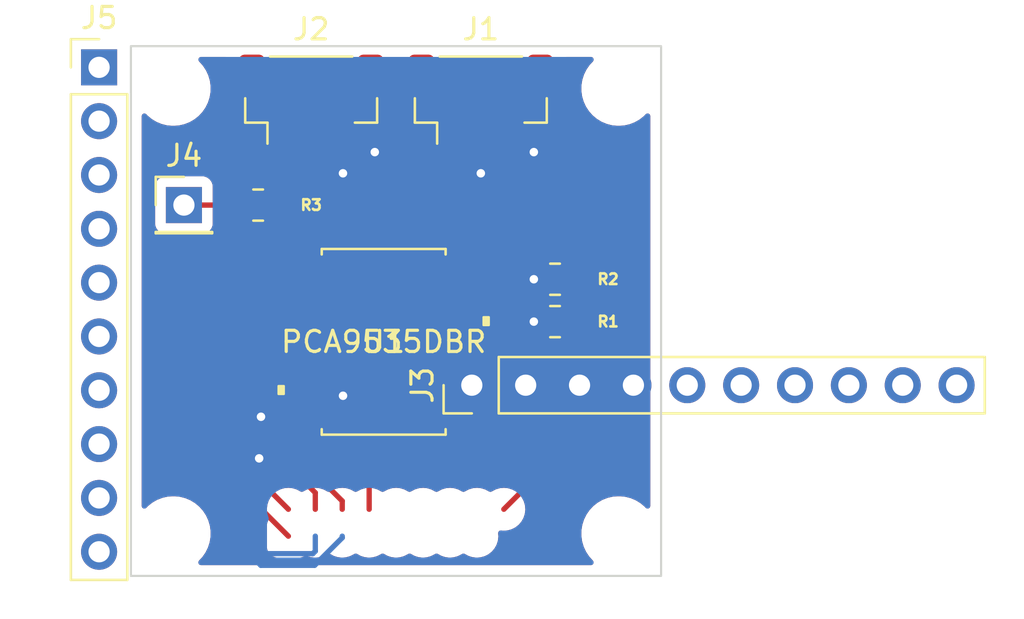
<source format=kicad_pcb>
(kicad_pcb (version 20211014) (generator pcbnew)
  (layers (0 "F.Cu" signal) (31 "B.Cu" signal) (34 "B.Paste" user) (35 "F.Paste" user) (36 "B.SilkS" user "B.Silkscreen") (37 "F.SilkS" user "F.Silkscreen") (38 "B.Mask" user) (39 "F.Mask" user) (44 "Edge.Cuts" user))
  (net 0 "")
  (net 1 "+3.3V")
  (net 2 "SDA")
  (net 3 "SCL")
  (net 4 "GND")
  (net 5 "P00")
  (net 6 "P01")
  (net 7 "P02")
  (net 8 "P03")
  (net 9 "P04")
  (net 10 "P06")
  (net 11 "P07")
  (net 12 "P10")
  (net 13 "P11")
  (net 14 "P12")
  (net 15 "P13")
  (net 16 "P14")
  (net 17 "P15")
  (net 18 "P16")
  (net 19 "P17")
  (net 20 "INT")
  (net 21 "A1")
  (net 22 "A2")
  (net 23 "P05")
  (net 24 "A0")
  (footprint "ul_PCA9535DBR:PCA9535DBR" (layer "F.Cu") (at 128.4191 83.4525)
    (fp_text reference "U1" (at 0 0) (layer "F.SilkS"))
    (fp_text value "PCA9535DBR" (at 0 0) (layer "F.SilkS"))
    (fp_line (start -2.921 -4.3815) (end -2.921 -4.123239) (layer "F.SilkS") (width 0.12))
    (fp_line (start 2.921 -4.3815) (end -2.921 -4.3815) (layer "F.SilkS") (width 0.12))
    (fp_line (start -2.921 4.3815) (end 2.921 4.3815) (layer "F.SilkS") (width 0.12))
    (fp_line (start 2.921 4.3815) (end 2.921 4.123239) (layer "F.SilkS") (width 0.12))
    (fp_line (start -2.921 4.123239) (end -2.921 4.3815) (layer "F.SilkS") (width 0.12))
    (fp_line (start 2.921 -4.123239) (end 2.921 -4.3815) (layer "F.SilkS") (width 0.12))
    (fp_poly (pts (xy -4.960099 2.084499) (xy -4.960099 2.465499) (xy -4.706099 2.465499) (xy -4.706099 2.084499)) (layer "F.SilkS") (width 0.1) (fill solid))
    (fp_poly (pts (xy 4.960099 -1.165499) (xy 4.960099 -0.784499) (xy 4.706099 -0.784499) (xy 4.706099 -1.165499)) (layer "F.SilkS") (width 0.1) (fill solid))
    (pad "1" smd rect (at -3.6322 -3.574999) (size 1.639799 0.431) (layers "F.Cu" "F.Paste" "F.Mask") (net 20 "INT"))
    (pad "2" smd rect (at -3.6322 -2.925) (size 1.639799 0.431) (layers "F.Cu" "F.Paste" "F.Mask") (net 21 "A1"))
    (pad "3" smd rect (at -3.6322 -2.275002) (size 1.639799 0.431) (layers "F.Cu" "F.Paste" "F.Mask") (net 22 "A2"))
    (pad "4" smd rect (at -3.6322 -1.625001) (size 1.639799 0.431) (layers "F.Cu" "F.Paste" "F.Mask") (net 5 "P00"))
    (pad "5" smd rect (at -3.6322 -0.975002) (size 1.639799 0.431) (layers "F.Cu" "F.Paste" "F.Mask") (net 6 "P01"))
    (pad "6" smd rect (at -3.6322 -0.325001) (size 1.639799 0.431) (layers "F.Cu" "F.Paste" "F.Mask") (net 7 "P02"))
    (pad "7" smd rect (at -3.6322 0.324998) (size 1.639799 0.431) (layers "F.Cu" "F.Paste" "F.Mask") (net 8 "P03"))
    (pad "8" smd rect (at -3.6322 0.974999) (size 1.639799 0.431) (layers "F.Cu" "F.Paste" "F.Mask") (net 9 "P04"))
    (pad "9" smd rect (at -3.6322 1.624998) (size 1.639799 0.431) (layers "F.Cu" "F.Paste" "F.Mask") (net 23 "P05"))
    (pad "10" smd rect (at -3.6322 2.274999) (size 1.639799 0.431) (layers "F.Cu" "F.Paste" "F.Mask") (net 10 "P06"))
    (pad "11" smd rect (at -3.6322 2.924998) (size 1.639799 0.431) (layers "F.Cu" "F.Paste" "F.Mask") (net 11 "P07"))
    (pad "12" smd rect (at -3.6322 3.574999) (size 1.639799 0.431) (layers "F.Cu" "F.Paste" "F.Mask") (net 4 "GND"))
    (pad "13" smd rect (at 3.6322 3.574999) (size 1.639799 0.431) (layers "F.Cu" "F.Paste" "F.Mask") (net 12 "P10"))
    (pad "14" smd rect (at 3.6322 2.925) (size 1.639799 0.431) (layers "F.Cu" "F.Paste" "F.Mask") (net 13 "P11"))
    (pad "15" smd rect (at 3.6322 2.274999) (size 1.639799 0.431) (layers "F.Cu" "F.Paste" "F.Mask") (net 14 "P12"))
    (pad "16" smd rect (at 3.6322 1.625001) (size 1.639799 0.431) (layers "F.Cu" "F.Paste" "F.Mask") (net 15 "P13"))
    (pad "17" smd rect (at 3.6322 0.974999) (size 1.639799 0.431) (layers "F.Cu" "F.Paste" "F.Mask") (net 16 "P14"))
    (pad "18" smd rect (at 3.6322 0.325001) (size 1.639799 0.431) (layers "F.Cu" "F.Paste" "F.Mask") (net 17 "P15"))
    (pad "19" smd rect (at 3.6322 -0.324998) (size 1.639799 0.431) (layers "F.Cu" "F.Paste" "F.Mask") (net 18 "P16"))
    (pad "20" smd rect (at 3.6322 -0.974999) (size 1.639799 0.431) (layers "F.Cu" "F.Paste" "F.Mask") (net 19 "P17"))
    (pad "21" smd rect (at 3.6322 -1.624998) (size 1.639799 0.431) (layers "F.Cu" "F.Paste" "F.Mask") (net 24 "A0"))
    (pad "22" smd rect (at 3.6322 -2.274999) (size 1.639799 0.431) (layers "F.Cu" "F.Paste" "F.Mask") (net 3 "SCL"))
    (pad "23" smd rect (at 3.6322 -2.924998) (size 1.639799 0.431) (layers "F.Cu" "F.Paste" "F.Mask") (net 2 "SDA"))
    (pad "24" smd rect (at 3.6322 -3.574999) (size 1.639799 0.431) (layers "F.Cu" "F.Paste" "F.Mask") (net 1 "+3.3V"))
  )
  (footprint "Connector_JST:JST_SH_BM04B-SRSS-TB_1x04-1MP_P1.00mm_Vertical" (layer "F.Cu") (at 133 72)
    (fp_text reference "J1" (at 0 -3.3) (layer "F.SilkS"))
    (fp_text value "Conn_01x04")
    (fp_line (start -3.11 1.11) (end -2.06 1.11) (layer "F.SilkS") (width 0.12))
    (fp_line (start -3.11 -0.04) (end -3.11 1.11) (layer "F.SilkS") (width 0.12))
    (fp_line (start 3.11 1.11) (end 2.06 1.11) (layer "F.SilkS") (width 0.12))
    (fp_line (start 3.11 -0.04) (end 3.11 1.11) (layer "F.SilkS") (width 0.12))
    (fp_line (start -1.94 -2.01) (end 1.94 -2.01) (layer "F.SilkS") (width 0.12))
    (fp_line (start -2.06 1.11) (end -2.06 2.1) (layer "F.SilkS") (width 0.12))
    (pad "1" smd roundrect (at -1.5 1.325) (size 0.6 1.55) (layers "F.Cu" "F.Paste" "F.Mask") (net 4 "GND"))
    (pad "2" smd roundrect (at -0.5 1.325) (size 0.6 1.55) (layers "F.Cu" "F.Paste" "F.Mask") (net 1 "+3.3V"))
    (pad "3" smd roundrect (at 0.5 1.325) (size 0.6 1.55) (layers "F.Cu" "F.Paste" "F.Mask") (net 2 "SDA"))
    (pad "4" smd roundrect (at 1.5 1.325) (size 0.6 1.55) (layers "F.Cu" "F.Paste" "F.Mask") (net 3 "SCL"))
    (pad "MP" smd roundrect (at -2.8 -1.2) (size 1.2 1.8) (layers "F.Cu" "F.Paste" "F.Mask") (roundrect_rratio 0.208333))
    (pad "MP" smd roundrect (at 2.8 -1.2) (size 1.2 1.8) (layers "F.Cu" "F.Paste" "F.Mask") (roundrect_rratio 0.208333))
  )
  (footprint "MountingHole:MountingHole_2.5mm" (layer "F.Cu") (at 139.5 92.5)
    (fp_text reference "H3" hide)
    (fp_text value "MountingHole" hide)
    (pad "" np_thru_hole circle (at 0 0) (size 2.5 2.5) (drill 2.5) (layers *.Cu *.Mask))
  )
  (footprint "MountingHole:MountingHole_2.5mm" (layer "F.Cu") (at 118.5 92.5)
    (fp_text reference "H4" hide)
    (fp_text value "MountingHole" hide)
    (pad "" np_thru_hole circle (at 0 0) (size 2.5 2.5) (drill 2.5) (layers *.Cu *.Mask))
  )
  (footprint "Resistor_SMD:R_0805_2012Metric_Pad1.20x1.40mm_HandSolder" (layer "F.Cu") (at 136.5 82.5 180)
    (fp_text reference "R1" (at -2.5 0) (layer "F.SilkS") (effects (font (size 0.5 0.5) (thickness 0.125))))
    (fp_text value "R" hide)
    (fp_line (start -0.227064 -0.735) (end 0.227064 -0.735) (layer "F.SilkS") (width 0.12))
    (fp_line (start -0.227064 0.735) (end 0.227064 0.735) (layer "F.SilkS") (width 0.12))
    (pad "1" smd roundrect (at -1 0 180) (size 1.2 1.4) (layers "F.Cu" "F.Paste" "F.Mask") (roundrect_rratio 0.208333) (net 1 "+3.3V"))
    (pad "2" smd roundrect (at 1 0 180) (size 1.2 1.4) (layers "F.Cu" "F.Paste" "F.Mask") (roundrect_rratio 0.208333) (net 3 "SCL"))
  )
  (footprint "Resistor_SMD:R_0805_2012Metric_Pad1.20x1.40mm_HandSolder" (layer "F.Cu") (at 136.5 80.5 180)
    (fp_text reference "R2" (at -2.5 0) (layer "F.SilkS") (effects (font (size 0.5 0.5) (thickness 0.125))))
    (fp_text value "R" hide)
    (fp_line (start -0.227064 -0.735) (end 0.227064 -0.735) (layer "F.SilkS") (width 0.12))
    (fp_line (start -0.227064 0.735) (end 0.227064 0.735) (layer "F.SilkS") (width 0.12))
    (pad "1" smd roundrect (at -1 0 180) (size 1.2 1.4) (layers "F.Cu" "F.Paste" "F.Mask") (roundrect_rratio 0.208333) (net 1 "+3.3V"))
    (pad "2" smd roundrect (at 1 0 180) (size 1.2 1.4) (layers "F.Cu" "F.Paste" "F.Mask") (roundrect_rratio 0.208333) (net 2 "SDA"))
  )
  (footprint "Connector_PinHeader_2.54mm:PinHeader_1x01_P2.54mm_Vertical" (layer "F.Cu") (at 119 77)
    (fp_text reference "J4" (at 0 -2.33) (layer "F.SilkS"))
    (fp_text value "Conn_01x01")
    (fp_line (start -1.33 0) (end -1.33 -1.33) (layer "F.SilkS") (width 0.12))
    (fp_line (start -1.33 -1.33) (end 0 -1.33) (layer "F.SilkS") (width 0.12))
    (fp_line (start -1.33 1.27) (end -1.33 1.33) (layer "F.SilkS") (width 0.12))
    (fp_line (start -1.33 1.27) (end 1.33 1.27) (layer "F.SilkS") (width 0.12))
    (fp_line (start -1.33 1.33) (end 1.33 1.33) (layer "F.SilkS") (width 0.12))
    (fp_line (start 1.33 1.27) (end 1.33 1.33) (layer "F.SilkS") (width 0.12))
    (pad "1" thru_hole rect (at 0 0) (size 1.7 1.7) (drill 1) (layers *.Cu *.Mask) (net 20 "INT"))
  )
  (footprint "Connector_JST:JST_SH_BM04B-SRSS-TB_1x04-1MP_P1.00mm_Vertical" (layer "F.Cu") (at 125 72)
    (fp_text reference "J2" (at 0 -3.3) (layer "F.SilkS"))
    (fp_text value "Conn_01x04")
    (fp_line (start -2.06 1.11) (end -2.06 2.1) (layer "F.SilkS") (width 0.12))
    (fp_line (start -3.11 -0.04) (end -3.11 1.11) (layer "F.SilkS") (width 0.12))
    (fp_line (start -1.94 -2.01) (end 1.94 -2.01) (layer "F.SilkS") (width 0.12))
    (fp_line (start 3.11 -0.04) (end 3.11 1.11) (layer "F.SilkS") (width 0.12))
    (fp_line (start -3.11 1.11) (end -2.06 1.11) (layer "F.SilkS") (width 0.12))
    (fp_line (start 3.11 1.11) (end 2.06 1.11) (layer "F.SilkS") (width 0.12))
    (pad "1" smd roundrect (at -1.5 1.325) (size 0.6 1.55) (layers "F.Cu" "F.Paste" "F.Mask") (net 4 "GND"))
    (pad "2" smd roundrect (at -0.5 1.325) (size 0.6 1.55) (layers "F.Cu" "F.Paste" "F.Mask") (net 1 "+3.3V"))
    (pad "3" smd roundrect (at 0.5 1.325) (size 0.6 1.55) (layers "F.Cu" "F.Paste" "F.Mask") (net 2 "SDA"))
    (pad "4" smd roundrect (at 1.5 1.325) (size 0.6 1.55) (layers "F.Cu" "F.Paste" "F.Mask") (net 3 "SCL"))
    (pad "MP" smd roundrect (at -2.8 -1.2) (size 1.2 1.8) (layers "F.Cu" "F.Paste" "F.Mask") (roundrect_rratio 0.208333))
    (pad "MP" smd roundrect (at 2.8 -1.2) (size 1.2 1.8) (layers "F.Cu" "F.Paste" "F.Mask") (roundrect_rratio 0.208333))
  )
  (footprint "Connector_PinHeader_2.54mm:PinHeader_1x10_P2.54mm_Vertical" (layer "F.Cu") (at 132.575 85.5 90)
    (fp_text reference "J3" (at 0 -2.33 90) (layer "F.SilkS"))
    (fp_text value "Conn_01x10")
    (fp_line (start -1.33 0) (end -1.33 -1.33) (layer "F.SilkS") (width 0.12))
    (fp_line (start 1.33 1.27) (end 1.33 24.19) (layer "F.SilkS") (width 0.12))
    (fp_line (start -1.33 1.27) (end 1.33 1.27) (layer "F.SilkS") (width 0.12))
    (fp_line (start -1.33 -1.33) (end 0 -1.33) (layer "F.SilkS") (width 0.12))
    (fp_line (start -1.33 24.19) (end 1.33 24.19) (layer "F.SilkS") (width 0.12))
    (fp_line (start -1.33 1.27) (end -1.33 24.19) (layer "F.SilkS") (width 0.12))
    (pad "1" thru_hole rect (at 0 0 90) (size 1.7 1.7) (drill 1) (layers *.Cu *.Mask) (net 12 "P10"))
    (pad "2" thru_hole oval (at 0 2.54 90) (size 1.7 1.7) (drill 1) (layers *.Cu *.Mask) (net 13 "P11"))
    (pad "3" thru_hole oval (at 0 5.08 90) (size 1.7 1.7) (drill 1) (layers *.Cu *.Mask) (net 14 "P12"))
    (pad "4" thru_hole oval (at 0 7.62 90) (size 1.7 1.7) (drill 1) (layers *.Cu *.Mask) (net 15 "P13"))
    (pad "5" thru_hole oval (at 0 10.16 90) (size 1.7 1.7) (drill 1) (layers *.Cu *.Mask) (net 16 "P14"))
    (pad "6" thru_hole oval (at 0 12.7 90) (size 1.7 1.7) (drill 1) (layers *.Cu *.Mask) (net 17 "P15"))
    (pad "7" thru_hole oval (at 0 15.24 90) (size 1.7 1.7) (drill 1) (layers *.Cu *.Mask) (net 18 "P16"))
    (pad "8" thru_hole oval (at 0 17.78 90) (size 1.7 1.7) (drill 1) (layers *.Cu *.Mask) (net 19 "P17"))
    (pad "9" thru_hole oval (at 0 20.32 90) (size 1.7 1.7) (drill 1) (layers *.Cu *.Mask) (net 1 "+3.3V"))
    (pad "10" thru_hole oval (at 0 22.86 90) (size 1.7 1.7) (drill 1) (layers *.Cu *.Mask) (net 4 "GND"))
  )
  (footprint "Connector_PinHeader_2.54mm:PinHeader_1x10_P2.54mm_Vertical" (layer "F.Cu") (at 115 70.5)
    (fp_text reference "J5" (at 0 -2.33) (layer "F.SilkS"))
    (fp_text value "Conn_01x10")
    (fp_line (start -1.33 24.19) (end 1.33 24.19) (layer "F.SilkS") (width 0.12))
    (fp_line (start 1.33 1.27) (end 1.33 24.19) (layer "F.SilkS") (width 0.12))
    (fp_line (start -1.33 1.27) (end -1.33 24.19) (layer "F.SilkS") (width 0.12))
    (fp_line (start -1.33 0) (end -1.33 -1.33) (layer "F.SilkS") (width 0.12))
    (fp_line (start -1.33 1.27) (end 1.33 1.27) (layer "F.SilkS") (width 0.12))
    (fp_line (start -1.33 -1.33) (end 0 -1.33) (layer "F.SilkS") (width 0.12))
    (pad "1" thru_hole rect (at 0 0) (size 1.7 1.7) (drill 1) (layers *.Cu *.Mask) (net 5 "P00"))
    (pad "2" thru_hole oval (at 0 2.54) (size 1.7 1.7) (drill 1) (layers *.Cu *.Mask) (net 6 "P01"))
    (pad "3" thru_hole oval (at 0 5.08) (size 1.7 1.7) (drill 1) (layers *.Cu *.Mask) (net 7 "P02"))
    (pad "4" thru_hole oval (at 0 7.62) (size 1.7 1.7) (drill 1) (layers *.Cu *.Mask) (net 8 "P03"))
    (pad "5" thru_hole oval (at 0 10.16) (size 1.7 1.7) (drill 1) (layers *.Cu *.Mask) (net 9 "P04"))
    (pad "6" thru_hole oval (at 0 12.7) (size 1.7 1.7) (drill 1) (layers *.Cu *.Mask) (net 23 "P05"))
    (pad "7" thru_hole oval (at 0 15.24) (size 1.7 1.7) (drill 1) (layers *.Cu *.Mask) (net 10 "P06"))
    (pad "8" thru_hole oval (at 0 17.78) (size 1.7 1.7) (drill 1) (layers *.Cu *.Mask) (net 11 "P07"))
    (pad "9" thru_hole oval (at 0 20.32) (size 1.7 1.7) (drill 1) (layers *.Cu *.Mask) (net 1 "+3.3V"))
    (pad "10" thru_hole oval (at 0 22.86) (size 1.7 1.7) (drill 1) (layers *.Cu *.Mask) (net 4 "GND"))
  )
  (footprint "Resistor_SMD:R_0805_2012Metric_Pad1.20x1.40mm_HandSolder" (layer "F.Cu") (at 122.5 77 180)
    (fp_text reference "R3" (at -2.5 0) (layer "F.SilkS") (effects (font (size 0.5 0.5) (thickness 0.125))))
    (fp_text value "R" hide)
    (fp_line (start -0.227064 0.735) (end 0.227064 0.735) (layer "F.SilkS") (width 0.12))
    (fp_line (start -0.227064 -0.735) (end 0.227064 -0.735) (layer "F.SilkS") (width 0.12))
    (pad "1" smd roundrect (at -1 0 180) (size 1.2 1.4) (layers "F.Cu" "F.Paste" "F.Mask") (roundrect_rratio 0.208333) (net 1 "+3.3V"))
    (pad "2" smd roundrect (at 1 0 180) (size 1.2 1.4) (layers "F.Cu" "F.Paste" "F.Mask") (roundrect_rratio 0.208333) (net 20 "INT"))
  )
  (footprint "MountingHole:MountingHole_2.5mm" (layer "F.Cu") (at 139.5 71.5)
    (fp_text reference "H2" hide)
    (fp_text value "MountingHole" hide)
    (pad "" np_thru_hole circle (at 0 0) (size 2.5 2.5) (drill 2.5) (layers *.Cu *.Mask))
  )
  (footprint "MountingHole:MountingHole_2.5mm" (layer "F.Cu") (at 118.5 71.5)
    (fp_text reference "H1" hide)
    (fp_text value "MountingHole" hide)
    (pad "" np_thru_hole circle (at 0 0) (size 2.5 2.5) (drill 2.5) (layers *.Cu *.Mask))
  )
  (gr_rect (start 116.5 69.5) (end 141.5 94.5) (layer "Edge.Cuts") (width 0.1) (fill none))
  (segment (start 129.271751 77) (end 129.385875 76.885875) (width 0.25) (layer "F.Cu") (net 1))
  (segment (start 137.5 82.5) (end 137.5 87.94) (width 0.25) (layer "F.Cu") (net 1))
  (segment (start 129.385875 77.212076) (end 132.0513 79.877501) (width 0.25) (layer "F.Cu") (net 1))
  (segment (start 137.5 80.5) (end 137.5 82.5) (width 0.25) (layer "F.Cu") (net 1))
  (segment (start 124.5 73.325) (end 124.5 76) (width 0.25) (layer "F.Cu") (net 1))
  (segment (start 132.0513 79.877501) (end 132.453801 79.475) (width 0.25) (layer "F.Cu") (net 1))
  (segment (start 132.453801 79.475) (end 136.475 79.475) (width 0.25) (layer "F.Cu") (net 1))
  (segment (start 123.5 77) (end 129.271751 77) (width 0.25) (layer "F.Cu") (net 1))
  (segment (start 132.5 73.771751) (end 132.5 73.325) (width 0.25) (layer "F.Cu") (net 1))
  (segment (start 129.385875 76.885875) (end 129.385875 77.212076) (width 0.25) (layer "F.Cu") (net 1))
  (segment (start 124.5 76) (end 123.5 77) (width 0.25) (layer "F.Cu") (net 1))
  (segment (start 129.385875 76.885875) (end 132.5 73.771751) (width 0.25) (layer "F.Cu") (net 1))
  (segment (start 136.475 79.475) (end 137.5 80.5) (width 0.25) (layer "F.Cu") (net 1))
  (segment (start 137.5 87.94) (end 134.085 91.355) (width 0.25) (layer "F.Cu") (net 1))
  (segment (start 133.5 75) (end 133.5 73.325) (width 0.25) (layer "F.Cu") (net 2))
  (segment (start 135.472498 80.527502) (end 132.0513 80.527502) (width 0.25) (layer "F.Cu") (net 2))
  (segment (start 133 75.5) (end 133.5 75) (width 0.25) (layer "F.Cu") (net 2))
  (segment (start 125.5 73.325) (end 125.5 74.5) (width 0.25) (layer "F.Cu") (net 2))
  (segment (start 125.5 74.5) (end 126.5 75.5) (width 0.25) (layer "F.Cu") (net 2))
  (segment (start 135.5 80.5) (end 135.472498 80.527502) (width 0.25) (layer "F.Cu") (net 2))
  (via (at 133 75.5) (size 0.8) (drill 0.4) (layers "F.Cu" "B.Cu") (net 2))
  (via (at 126.5 75.5) (size 0.8) (drill 0.4) (layers "F.Cu" "B.Cu") (net 2))
  (via (at 135.5 80.5) (size 0.8) (drill 0.4) (layers "F.Cu" "B.Cu") (net 2))
  (segment (start 126.5 75.5) (end 133 75.5) (width 0.25) (layer "B.Cu") (net 2))
  (segment (start 133 78) (end 135.5 80.5) (width 0.25) (layer "B.Cu") (net 2))
  (segment (start 133 75.5) (end 133 78) (width 0.25) (layer "B.Cu") (net 2))
  (segment (start 126.5 73.325) (end 126.825 73.325) (width 0.25) (layer "F.Cu") (net 3))
  (segment (start 134.177501 81.177501) (end 132.0513 81.177501) (width 0.25) (layer "F.Cu") (net 3))
  (segment (start 126.825 73.325) (end 128 74.5) (width 0.25) (layer "F.Cu") (net 3))
  (segment (start 135.5 74.325) (end 134.5 73.325) (width 0.25) (layer "F.Cu") (net 3))
  (segment (start 135.5 82.5) (end 134.177501 81.177501) (width 0.25) (layer "F.Cu") (net 3))
  (segment (start 135.5 74.5) (end 135.5 74.325) (width 0.25) (layer "F.Cu") (net 3))
  (via (at 135.5 82.5) (size 0.8) (drill 0.4) (layers "F.Cu" "B.Cu") (net 3))
  (via (at 135.5 74.5) (size 0.8) (drill 0.4) (layers "F.Cu" "B.Cu") (net 3))
  (via (at 128 74.5) (size 0.8) (drill 0.4) (layers "F.Cu" "B.Cu") (net 3))
  (segment (start 136.225 81.775) (end 135.5 82.5) (width 0.25) (layer "B.Cu") (net 3))
  (segment (start 128 74.5) (end 135.5 74.5) (width 0.25) (layer "B.Cu") (net 3))
  (segment (start 135.5 74.5) (end 136.225 75.225) (width 0.25) (layer "B.Cu") (net 3))
  (segment (start 136.225 75.225) (end 136.225 81.775) (width 0.25) (layer "B.Cu") (net 3))
  (segment (start 120.5 89.2) (end 123.925 92.625) (width 0.25) (layer "F.Cu") (net 5))
  (segment (start 120.5 83.5) (end 120.5 89.2) (width 0.25) (layer "F.Cu") (net 5))
  (segment (start 124.7869 81.827499) (end 122.172501 81.827499) (width 0.25) (layer "F.Cu") (net 5))
  (segment (start 122.172501 81.827499) (end 120.5 83.5) (width 0.25) (layer "F.Cu") (net 5))
  (segment (start 122.158898 82.477498) (end 121 83.636396) (width 0.25) (layer "F.Cu") (net 6))
  (segment (start 124.7869 82.477498) (end 122.158898 82.477498) (width 0.25) (layer "F.Cu") (net 6))
  (segment (start 121 83.636396) (end 121 88.43) (width 0.25) (layer "F.Cu") (net 6))
  (segment (start 121 88.43) (end 123.925 91.355) (width 0.25) (layer "F.Cu") (net 6))
  (segment (start 124.7869 83.127499) (end 122.145293 83.127499) (width 0.25) (layer "F.Cu") (net 7))
  (segment (start 121.45 87.855402) (end 122.547299 88.952701) (width 0.25) (layer "F.Cu") (net 7))
  (segment (start 121.45 83.822792) (end 121.45 87.855402) (width 0.25) (layer "F.Cu") (net 7))
  (segment (start 122.145293 83.127499) (end 121.45 83.822792) (width 0.25) (layer "F.Cu") (net 7))
  (via (at 122.547299 88.952701) (size 0.8) (drill 0.4) (layers "F.Cu" "B.Cu") (net 7))
  (segment (start 125.077106 93.45) (end 125.195 93.332106) (width 0.25) (layer "B.Cu") (net 7))
  (segment (start 122.71353 93.45) (end 125.077106 93.45) (width 0.25) (layer "B.Cu") (net 7))
  (segment (start 122.547299 93.283769) (end 122.71353 93.45) (width 0.25) (layer "B.Cu") (net 7))
  (segment (start 122.547299 88.952701) (end 122.547299 93.283769) (width 0.25) (layer "B.Cu") (net 7))
  (segment (start 125.195 93.332106) (end 125.195 92.625) (width 0.25) (layer "B.Cu") (net 7))
  (segment (start 124.7869 83.777498) (end 122.13169 83.777498) (width 0.25) (layer "F.Cu") (net 8))
  (segment (start 122.13169 83.777498) (end 121.9 84.009188) (width 0.25) (layer "F.Cu") (net 8))
  (segment (start 121.9 84.009188) (end 121.9 87.280097) (width 0.25) (layer "F.Cu") (net 8))
  (segment (start 121.9 87.280097) (end 125.195 90.575097) (width 0.25) (layer "F.Cu") (net 8))
  (segment (start 125.195 90.575097) (end 125.195 91.355) (width 0.25) (layer "F.Cu") (net 8))
  (segment (start 122.572501 84.427499) (end 122.35 84.65) (width 0.25) (layer "F.Cu") (net 9))
  (segment (start 122.35 86.705498) (end 122.634501 86.989999) (width 0.25) (layer "F.Cu") (net 9))
  (segment (start 122.35 84.65) (end 122.35 86.705498) (width 0.25) (layer "F.Cu") (net 9))
  (segment (start 124.7869 84.427499) (end 122.572501 84.427499) (width 0.25) (layer "F.Cu") (net 9))
  (via (at 122.634501 86.989999) (size 0.8) (drill 0.4) (layers "F.Cu" "B.Cu") (net 9))
  (segment (start 122.634501 86.989999) (end 121.822299 87.802201) (width 0.25) (layer "B.Cu") (net 9))
  (segment (start 121.822299 87.802201) (end 121.822299 93.195165) (width 0.25) (layer "B.Cu") (net 9))
  (segment (start 122.627134 94) (end 125.163502 94) (width 0.25) (layer "B.Cu") (net 9))
  (segment (start 121.822299 93.195165) (end 122.627134 94) (width 0.25) (layer "B.Cu") (net 9))
  (segment (start 126.465 92.698502) (end 126.465 92.625) (width 0.25) (layer "B.Cu") (net 9))
  (segment (start 125.163502 94) (end 126.465 92.698502) (width 0.25) (layer "B.Cu") (net 9))
  (segment (start 126.231399 85.727499) (end 126.50195 85.99805) (width 0.25) (layer "F.Cu") (net 10))
  (segment (start 124.7869 85.727499) (end 126.231399 85.727499) (width 0.25) (layer "F.Cu") (net 10))
  (via (at 126.50195 85.99805) (size 0.8) (drill 0.4) (layers "F.Cu" "B.Cu") (net 10))
  (segment (start 125.856799 86.377498) (end 127.735 88.255699) (width 0.25) (layer "F.Cu") (net 11))
  (segment (start 124.7869 86.377498) (end 125.856799 86.377498) (width 0.25) (layer "F.Cu") (net 11))
  (segment (start 127.735 88.255699) (end 127.735 91.355) (width 0.25) (layer "F.Cu") (net 11))
  (segment (start 124.7869 79.877501) (end 124.377501 79.877501) (width 0.25) (layer "F.Cu") (net 20))
  (segment (start 124.377501 79.877501) (end 121.5 77) (width 0.25) (layer "F.Cu") (net 20))
  (segment (start 121.5 77) (end 119 77) (width 0.25) (layer "F.Cu") (net 20))
  (segment (start 124.7869 85.077498) (end 123.717001 85.077498) (width 0.25) (layer "F.Cu") (net 23))
  (segment (start 126.465 90.965) (end 126.465 91.355) (width 0.25) (layer "F.Cu") (net 23))
  (segment (start 123.642001 85.152498) (end 123.642001 88.142001) (width 0.25) (layer "F.Cu") (net 23))
  (segment (start 123.717001 85.077498) (end 123.642001 85.152498) (width 0.25) (layer "F.Cu") (net 23))
  (segment (start 123.642001 88.142001) (end 126.465 90.965) (width 0.25) (layer "F.Cu") (net 23))
  (zone (net 4) (net_name "GND") (layers F&B.Cu) (connect_pads yes (clearance 0.508)) (min_thickness 0.254) (fill yes (thermal_gap 0.508) (thermal_bridge_width 0.508))
    (polygon (pts (xy 141.5 94.5) (xy 116.5 94.5) (xy 116.5 69.5) (xy 141.5 69.5)))
  )
)
</source>
